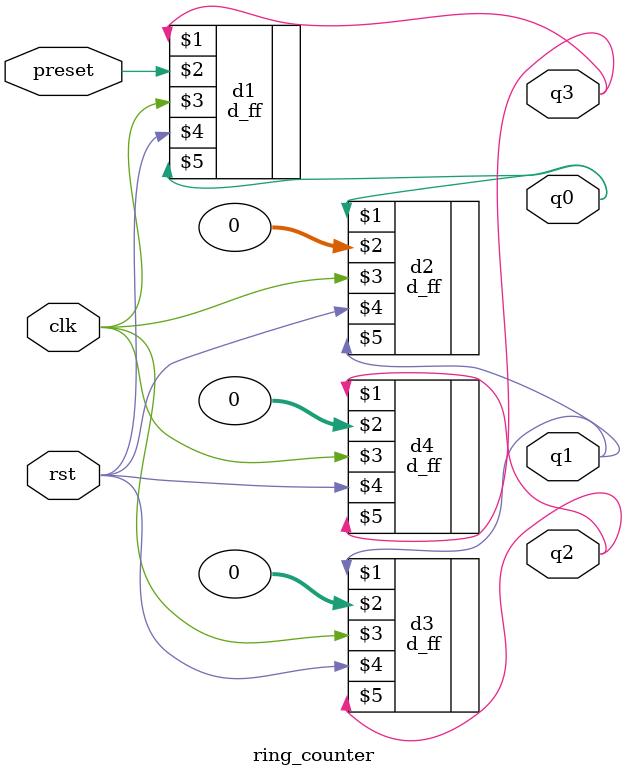
<source format=v>

module ring_counter(input clk,rst,preset, output q0,q1,q2,q3 );

 d_ff d1(q3,preset,clk,rst,q0);
 d_ff d2(q0,0,clk,rst,q1);
 d_ff d3(q1,0,clk,rst,q2);
 d_ff d4(q2,0,clk,rst,q3);
 
 
endmodule

</source>
